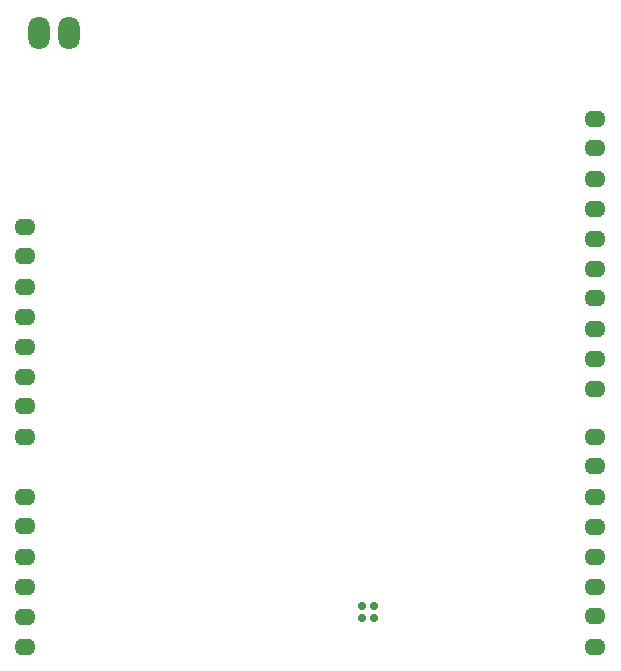
<source format=gbs>
G04*
G04 #@! TF.GenerationSoftware,Altium Limited,Altium Designer,22.10.1 (41)*
G04*
G04 Layer_Color=16711935*
%FSLAX44Y44*%
%MOMM*%
G71*
G04*
G04 #@! TF.SameCoordinates,CF2D2C2D-E053-46F7-9F59-BE4F3A44D851*
G04*
G04*
G04 #@! TF.FilePolarity,Negative*
G04*
G01*
G75*
%ADD56O,1.8032X1.4032*%
%ADD57O,1.8032X2.8032*%
%ADD58C,0.7032*%
D56*
X25400Y45000D02*
D03*
Y121200D02*
D03*
Y147000D02*
D03*
Y172000D02*
D03*
Y95800D02*
D03*
Y70400D02*
D03*
Y299000D02*
D03*
Y324400D02*
D03*
Y400600D02*
D03*
Y375600D02*
D03*
Y349800D02*
D03*
Y222800D02*
D03*
Y248600D02*
D03*
Y273600D02*
D03*
X508000Y263500D02*
D03*
Y288900D02*
D03*
Y365100D02*
D03*
Y340100D02*
D03*
Y314300D02*
D03*
Y441300D02*
D03*
Y467100D02*
D03*
Y492100D02*
D03*
Y415900D02*
D03*
Y390500D02*
D03*
Y121200D02*
D03*
Y146600D02*
D03*
Y222800D02*
D03*
Y197800D02*
D03*
Y172000D02*
D03*
Y45000D02*
D03*
Y70800D02*
D03*
Y95800D02*
D03*
D57*
X37000Y565000D02*
D03*
X62000D02*
D03*
D58*
X310375Y69300D02*
D03*
Y79300D02*
D03*
X320375Y69300D02*
D03*
Y79300D02*
D03*
M02*

</source>
